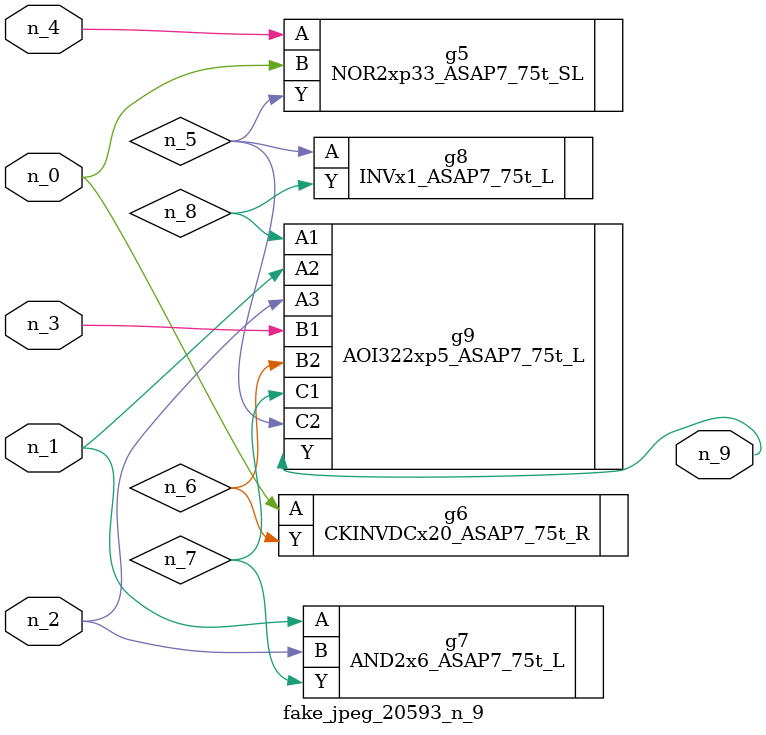
<source format=v>
module fake_jpeg_20593_n_9 (n_3, n_2, n_1, n_0, n_4, n_9);

input n_3;
input n_2;
input n_1;
input n_0;
input n_4;

output n_9;

wire n_8;
wire n_6;
wire n_5;
wire n_7;

NOR2xp33_ASAP7_75t_SL g5 ( 
.A(n_4),
.B(n_0),
.Y(n_5)
);

CKINVDCx20_ASAP7_75t_R g6 ( 
.A(n_0),
.Y(n_6)
);

AND2x6_ASAP7_75t_L g7 ( 
.A(n_1),
.B(n_2),
.Y(n_7)
);

INVx1_ASAP7_75t_L g8 ( 
.A(n_5),
.Y(n_8)
);

AOI322xp5_ASAP7_75t_L g9 ( 
.A1(n_8),
.A2(n_1),
.A3(n_2),
.B1(n_3),
.B2(n_6),
.C1(n_7),
.C2(n_5),
.Y(n_9)
);


endmodule
</source>
